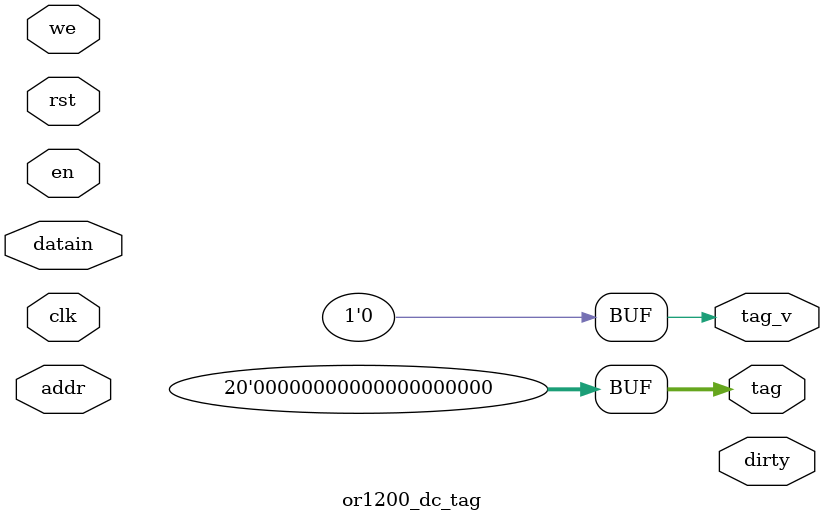
<source format=v>

`timescale 1ps/1ps
// synopsys translate_on
//////////////////////////////////////////////////////////////////////
////                                                              ////
////  OR1200's definitions                                        ////
////                                                              ////
////  This file is part of the OpenRISC 1200 project              ////
////  http://opencores.org/project,or1k                           ////
////                                                              ////
////  Description                                                 ////
////  Defines for the OR1200 core                                 ////
////                                                              ////
////  To Do:                                                      ////
////   - add parameters that are missing                          ////
////                                                              ////
////  Author(s):                                                  ////
////      - Damjan Lampret, lampret@opencores.org                 ////
////                                                              ////
//////////////////////////////////////////////////////////////////////
////                                                              ////
//// Copyright (C) 2000 Authors and OPENCORES.ORG                 ////
////                                                              ////
//// This source file may be used and distributed without         ////
//// restriction provided that this copyright statement is not    ////
//// removed from the file and that any derivative work contains  ////
//// the original copyright notice and the associated disclaimer. ////
////                                                              ////
//// This source file is free software; you can redistribute it   ////
//// and/or modify it under the terms of the GNU Lesser General   ////
//// Public License as published by the Free Software Foundation; ////
//// either version 2.1 of the License, or (at your option) any   ////
//// later version.                                               ////
////                                                              ////
//// This source is distributed in the hope that it will be       ////
//// useful, but WITHOUT ANY WARRANTY; without even the implied   ////
//// warranty of MERCHANTABILITY or FITNESS FOR A PARTICULAR      ////
//// PURPOSE.  See the GNU Lesser General Public License for more ////
//// details.                                                     ////
////                                                              ////
//// You should have received a copy of the GNU Lesser General    ////
//// Public License along with this source; if not, download it   ////
//// from http://www.opencores.org/lgpl.shtml                     ////
////                                                              ////
//////////////////////////////////////////////////////////////////////
//
// $Log: or1200_defines.v,v $
// Revision 2.0  2010/06/30 11:00:00  ORSoC
// Minor update: 
// Defines added, bugs fixed. 

//
// Dump VCD
//
//`define OR1200_VCD_DUMP

//
// Generate debug messages during simulation
//
//`define OR1200_VERBOSE

////////////////////////////////////////////////////////
//
// Typical configuration for an ASIC
//

//
// Target ASIC memories
//
//`define OR1200_ARTISAN_SSP
//`define OR1200_ARTISAN_SDP
//`define OR1200_ARTISAN_STP
//`define OR1200_VIRTUALSILICON_SSP
//`define OR1200_VIRTUALSILICON_STP_T1
//`define OR1200_VIRTUALSILICON_STP_T2

//
// Do not implement Data cache
//

//
// Do not implement Insn cache
//

//
// Do not implement Data MMU
//
//`define OR1200_NO_DMMU

//
// Do not implement Insn MMU
//
//`define OR1200_NO_IMMU

//
// Select between ASIC optimized and generic multiplier
//
//`define OR1200_GENERIC_MULTP2_32X32

//
// Size/type of insn/data cache if implemented
//
// `define OR1200_IC_1W_4KB
// `define OR1200_IC_1W_8KB
// `define OR1200_DC_1W_8KB



//////////////////////////////////////////////////////////
//
// Do not change below unless you know what you are doing
//

//
// Reset active low
//
//`define OR1200_RST_ACT_LOW

//
// Enable RAM BIST
//
// At the moment this only works for Virtual Silicon
// single port RAMs. For other RAMs it has not effect.
// Special wrapper for VS RAMs needs to be provided
// with scan flops to facilitate bist scan.
//
//`define OR1200_BIST

//
// Register OR1200 WISHBONE outputs
// (must be defined/enabled)
//

//
// Register OR1200 WISHBONE inputs
//
// (must be undefined/disabled)
//
//`define OR1200_REGISTERED_INPUTS

//
// Disable bursts if they are not supported by the
// memory subsystem (only affect cache line fill)
//
//`define OR1200_NO_BURSTS
//

//
// WISHBONE retry counter range
//
// 2^value range for retry counter. Retry counter
// is activated whenever *wb_rty_i is asserted and
// until retry counter expires, corresponding
// WISHBONE interface is deactivated.
//
// To disable retry counters and *wb_rty_i all together,
// undefine this macro.
//
//`define OR1200_WB_RETRY 7

//
// WISHBONE Consecutive Address Burst
//
// This was used prior to WISHBONE B3 specification
// to identify bursts. It is no longer needed but
// remains enabled for compatibility with old designs.
//
// To remove *wb_cab_o ports undefine this macro.
//
//`define OR1200_WB_CAB

//
// WISHBONE B3 compatible interface
//
// This follows the WISHBONE B3 specification.
// It is not enabled by default because most
// designs still don't use WB b3.
//
// To enable *wb_cti_o/*wb_bte_o ports,
// define this macro.
//

//
// LOG all WISHBONE accesses
//

//
// Enable additional synthesis directives if using
// _Synopsys_ synthesis tool
//
//`define OR1200_ADDITIONAL_SYNOPSYS_DIRECTIVES

//
// Enables default statement in some case blocks
// and disables Synopsys synthesis directive full_case
//
// By default it is enabled. When disabled it
// can increase clock frequency.
//

//
// Operand width / register file address width
//
// (DO NOT CHANGE)
//

//
// l.add/l.addi/l.and and optional l.addc/l.addic
// also set (compare) flag when result of their
// operation equals zero
//
// At the time of writing this, default or32
// C/C++ compiler doesn't generate code that
// would benefit from this optimization.
//
// By default this optimization is disabled to
// save area.
//
//`define OR1200_ADDITIONAL_FLAG_MODIFIERS

//
// Implement l.addc/l.addic instructions
//
// By default implementation of l.addc/l.addic
// instructions is enabled in case you need them.
// If you don't use them, then disable implementation
// to save area.
//

//
// Implement l.sub instruction
//
// By default implementation of l.sub instructions
// is enabled to be compliant with the simulator.
// If you don't use carry bit, then disable
// implementation to save area.
//

//
// Implement carry bit SR[CY]
//
//
// By default implementation of SR[CY] is enabled
// to be compliant with the simulator. However SR[CY]
// is explicitly only used by l.addc/l.addic/l.sub
// instructions and if these three insns are not
// implemented there is not much point having SR[CY].
//

//
// Implement carry bit SR[OV]
//
// Compiler doesn't use this, but other code may like
// to.
//

//
// Implement carry bit SR[OVE]
//
// Overflow interrupt indicator. When enabled, SR[OV] flag
// does not remain asserted after exception.
//


//
// Implement rotate in the ALU
//
// At the time of writing this, or32
// C/C++ compiler doesn't generate rotate
// instructions. However or32 assembler
// can assemble code that uses rotate insn.
// This means that rotate instructions
// must be used manually inserted.
//
// By default implementation of rotate
// is disabled to save area and increase
// clock frequency.
//
//`define OR1200_IMPL_ALU_ROTATE

//
// Type of ALU compare to implement
//
// Try to find which synthesizes with
// most efficient logic use or highest speed.
//
//`define OR1200_IMPL_ALU_COMP1
//`define OR1200_IMPL_ALU_COMP2

//
// Implement Find First/Last '1'
//

//
// Implement l.cust5 ALU instruction
//
//`define OR1200_IMPL_ALU_CUST5

//
// Implement l.extXs and l.extXz instructions
//

//
// Implement multiplier
//
// By default multiplier is implemented
//

//
// Implement multiply-and-accumulate
//
// By default MAC is implemented. To
// implement MAC, multiplier (non-serial) needs to be
// implemented.
//
//`define OR1200_MAC_IMPLEMENTED

//
// Implement optional l.div/l.divu instructions
//
// By default divide instructions are not implemented
// to save area.
//
//

//
// Serial multiplier.
//
//`define OR1200_MULT_SERIAL

//
// Serial divider.
// Uncomment to use a serial divider, otherwise will
// be a generic parallel implementation.
//

//
// Implement HW Single Precision FPU
//
//`define OR1200_FPU_IMPLEMENTED

//
// Clock ratio RISC clock versus WB clock
//
// If you plan to run WB:RISC clock fixed to 1:1, disable
// both defines
//
// For WB:RISC 1:2 or 1:1, enable OR1200_CLKDIV_2_SUPPORTED
// and use clmode to set ratio
//
// For WB:RISC 1:4, 1:2 or 1:1, enable both defines and use
// clmode to set ratio
//
//`define OR1200_CLKDIV_2_SUPPORTED
//`define OR1200_CLKDIV_4_SUPPORTED

//
// Type of register file RAM
//
// Memory macro w/ two ports (see or1200_tpram_32x32.v)
//`define OR1200_RFRAM_TWOPORT
//
// Memory macro dual port (see or1200_dpram.v)

//
// Generic (flip-flop based) register file (see or1200_rfram_generic.v)
//`define OR1200_RFRAM_GENERIC
//  Generic register file supports - 16 registers 

//
// Type of mem2reg aligner to implement.
//
// Once OR1200_IMPL_MEM2REG2 yielded faster
// circuit, however with today tools it will
// most probably give you slower circuit.
//
//`define OR1200_IMPL_MEM2REG2

//
// Reset value and event
//
    
//
// ALUOPs
//
/* LS-nibble encodings correspond to bits [3:0] of instruction */

/* Values sent to ALU from decode unit - not defined by ISA */

// ALU instructions second opcode field

//
// MACOPs
//

//
// Shift/rotate ops
//

//
// Zero/Sign Extend ops
//

// Execution cycles per instruction

// Execution control which will "wait on" a module to finish


// Operand MUX selects

//
// BRANCHOPs
//

//
// LSUOPs
//
// Bit 0: sign extend
// Bits 1-2: 00 doubleword, 01 byte, 10 halfword, 11 singleword
// Bit 3: 0 load, 1 store

// Number of bits of load/store EA precalculated in ID stage
// for balancing ID and EX stages.
//
// Valid range: 2,3,...,30,31

// FETCHOPs

//
// Register File Write-Back OPs
//
// Bit 0: register file write enable
// Bits 3-1: write-back mux selects
//

// Compare instructions

//
// FP OPs
//
// MSbit indicates FPU operation valid
//
// FPU unit from Usselman takes 5 cycles from decode, so 4 ex. cycles
// FP instruction is double precision if bit 4 is set. We're a 32-bit 
// implementation thus do not support double precision FP 
// FP Compare instructions

//
// TAGs for instruction bus
//

//
// TAGs for data bus
//


//////////////////////////////////////////////
//
// ORBIS32 ISA specifics
//

// SHROT_OP position in machine word

//
// Instruction opcode groups (basic)
//
/* */
/* */
/* */
/* */

/////////////////////////////////////////////////////
//
// Exceptions
//

//
// Exception vectors per OR1K architecture:
// 0xPPPPP100 - reset
// 0xPPPPP200 - bus error
// ... etc
// where P represents exception prefix.
//
// Exception vectors can be customized as per
// the following formula:
// 0xPPPPPNVV - exception N
//
// P represents exception prefix
// N represents exception N
// VV represents length of the individual vector space,
//   usually it is 8 bits wide and starts with all bits zero
//

//
// PPPPP and VV parts
//
// Sum of these two defines needs to be 28
//

//
// N part width
//

//
// Definition of exception vectors
//
// To avoid implementation of a certain exception,
// simply comment out corresponding line
//


/////////////////////////////////////////////////////
//
// SPR groups
//

// Bits that define the group

// Width of the group bits

// Bits that define offset inside the group

// List of groups

/////////////////////////////////////////////////////
//
// System group
//

//
// System registers
//

//
// SR bits
//

//
// Bits that define offset inside the group
//

//
// Default Exception Prefix
//
// 1'b0 - OR1200_EXCEPT_EPH0_P (0x0000_0000)
// 1'b1 - OR1200_EXCEPT_EPH1_P (0xF000_0000)
//


//
// FPCSR bits
//

/////////////////////////////////////////////////////
//
// Power Management (PM)
//

// Define it if you want PM implemented
//`define OR1200_PM_IMPLEMENTED

// Bit positions inside PMR (don't change)

// PMR offset inside PM group of registers

// PM group

// Define if PMR can be read/written at any address inside PM group

// Define if reading PMR is allowed

// Define if unused PMR bits should be zero


/////////////////////////////////////////////////////
//
// Debug Unit (DU)
//

// Define it if you want DU implemented

//
// Define if you want HW Breakpoints
// (if HW breakpoints are not implemented
// only default software trapping is
// possible with l.trap insn - this is
// however already enough for use
// with or32 gdb)
//
//`define OR1200_DU_HWBKPTS

// Number of DVR/DCR pairs if HW breakpoints enabled
//	Comment / uncomment DU_DVRn / DU_DCRn pairs bellow according to this number ! 
//	DU_DVR0..DU_DVR7 should be uncommented for 8 DU_DVRDCR_PAIRS 

// Define if you want trace buffer
//	(for now only available for Xilinx Virtex FPGAs)
//`define OR1200_DU_TB_IMPLEMENTED


//
// Address offsets of DU registers inside DU group
//
// To not implement a register, doq not define its address
//

// Position of offset bits inside SPR address

// DCR bits

// DMR1 bits

// DMR2 bits

// DWCR bits

// DSR bits

// DRR bits

// Define if reading DU regs is allowed

// Define if unused DU registers bits should be zero

// Define if IF/LSU status is not needed by devel i/f

/////////////////////////////////////////////////////
//
// Programmable Interrupt Controller (PIC)
//

// Define it if you want PIC implemented

// Define number of interrupt inputs (2-31)

// Address offsets of PIC registers inside PIC group

// Position of offset bits inside SPR address

// Define if you want these PIC registers to be implemented

// Define if reading PIC registers is allowed

// Define if unused PIC register bits should be zero


/////////////////////////////////////////////////////
//
// Tick Timer (TT)
//

// Define it if you want TT implemented

// Address offsets of TT registers inside TT group

// Position of offset bits inside SPR group

// Define if you want these TT registers to be implemented

// TTMR bits

// Define if reading TT registers is allowed


//////////////////////////////////////////////
//
// MAC
//

//
// Shift {MACHI,MACLO} into destination register when executing l.macrc
//
// According to architecture manual there is no shift, so default value is 0.
// However the implementation has deviated in this from the arch manual and had
// hard coded shift by 28 bits which is a useful optimization for MP3 decoding 
// (if using libmad fixed point library). Shifts are no longer default setup, 
// but if you need to remain backward compatible, define your shift bits, which
// were normally
// dest_GPR = {MACHI,MACLO}[59:28]


//////////////////////////////////////////////
//
// Data MMU (DMMU)
//

//
// Address that selects between TLB TR and MR
//

//
// DTLBMR fields
//

//
// DTLBTR fields
//

//
// DTLB configuration
//

//
// Cache inhibit while DMMU is not enabled/implemented
//
// cache inhibited 0GB-4GB		1'b1
// cache inhibited 0GB-2GB		!dcpu_adr_i[31]
// cache inhibited 0GB-1GB 2GB-3GB	!dcpu_adr_i[30]
// cache inhibited 1GB-2GB 3GB-4GB	dcpu_adr_i[30]
// cache inhibited 2GB-4GB (default)	dcpu_adr_i[31]
// cached 0GB-4GB			1'b0
//


//////////////////////////////////////////////
//
// Insn MMU (IMMU)
//

//
// Address that selects between TLB TR and MR
//

//
// ITLBMR fields
//

//
// ITLBTR fields
//

//
// ITLB configuration
//

//
// Cache inhibit while IMMU is not enabled/implemented
// Note: all combinations that use icpu_adr_i cause async loop
//
// cache inhibited 0GB-4GB		1'b1
// cache inhibited 0GB-2GB		!icpu_adr_i[31]
// cache inhibited 0GB-1GB 2GB-3GB	!icpu_adr_i[30]
// cache inhibited 1GB-2GB 3GB-4GB	icpu_adr_i[30]
// cache inhibited 2GB-4GB (default)	icpu_adr_i[31]
// cached 0GB-4GB			1'b0
//


/////////////////////////////////////////////////
//
// Insn cache (IC)
//

// 4 for 16 byte line, 5 for 32 byte lines.
 
//
// IC configurations
//


/////////////////////////////////////////////////
//
// Data cache (DC)
//

// 4 for 16 bytes, 5 for 32 bytes
 
// Define to enable default behavior of cache as write through
// Turning this off enabled write back statergy
//

// Define to enable stores from the stack not doing writethrough.
// EXPERIMENTAL
//`define OR1200_DC_NOSTACKWRITETHROUGH

// Data cache SPR definitions
// Data cache group SPR addresses

//
// DC configurations
//


/////////////////////////////////////////////////
//
// Store buffer (SB)
//

//
// Store buffer
//
// It will improve performance by "caching" CPU stores
// using store buffer. This is most important for function
// prologues because DC can only work in write though mode
// and all stores would have to complete external WB writes
// to memory.
// Store buffer is between DC and data BIU.
// All stores will be stored into store buffer and immediately
// completed by the CPU, even though actual external writes
// will be performed later. As a consequence store buffer masks
// all data bus errors related to stores (data bus errors
// related to loads are delivered normally).
// All pending CPU loads will wait until store buffer is empty to
// ensure strict memory model. Right now this is necessary because
// we don't make destinction between cached and cache inhibited
// address space, so we simply empty store buffer until loads
// can begin.
//
// It makes design a bit bigger, depending what is the number of
// entries in SB FIFO. Number of entries can be changed further
// down.
//
//`define OR1200_SB_IMPLEMENTED

//
// Number of store buffer entries
//
// Verified number of entries are 4 and 8 entries
// (2 and 3 for OR1200_SB_LOG). OR1200_SB_ENTRIES must
// always match 2**OR1200_SB_LOG.
// To disable store buffer, undefine
// OR1200_SB_IMPLEMENTED.
//


/////////////////////////////////////////////////
//
// Quick Embedded Memory (QMEM)
//

//
// Quick Embedded Memory
//
// Instantiation of dedicated insn/data memory (RAM or ROM).
// Insn fetch has effective throughput 1insn / clock cycle.
// Data load takes two clock cycles / access, data store
// takes 1 clock cycle / access (if there is no insn fetch)).
// Memory instantiation is shared between insn and data,
// meaning if insn fetch are performed, data load/store
// performance will be lower.
//
// Main reason for QMEM is to put some time critical functions
// into this memory and to have predictable and fast access
// to these functions. (soft fpu, context switch, exception
// handlers, stack, etc)
//
// It makes design a bit bigger and slower. QMEM sits behind
// IMMU/DMMU so all addresses are physical (so the MMUs can be
// used with QMEM and QMEM is seen by the CPU just like any other
// memory in the system). IC/DC are sitting behind QMEM so the
// whole design timing might be worse with QMEM implemented.
//
//`define OR1200_QMEM_IMPLEMENTED

//
// Base address and mask of QMEM
//
// Base address defines first address of QMEM. Mask defines
// QMEM range in address space. Actual size of QMEM is however
// determined with instantiated RAM/ROM. However bigger
// mask will reserve more address space for QMEM, but also
// make design faster, while more tight mask will take
// less address space but also make design slower. If
// instantiated RAM/ROM is smaller than space reserved with
// the mask, instatiated RAM/ROM will also be shadowed
// at higher addresses in reserved space.
//

//
// QMEM interface byte-select capability
//
// To enable qmem_sel* ports, define this macro.
//
//`define OR1200_QMEM_BSEL

//
// QMEM interface acknowledge
//
// To enable qmem_ack port, define this macro.
//
//`define OR1200_QMEM_ACK

/////////////////////////////////////////////////////
//
// VR, UPR and Configuration Registers
//
//
// VR, UPR and configuration registers are optional. If 
// implemented, operating system can automatically figure
// out how to use the processor because it knows 
// what units are available in the processor and how they
// are configured.
//
// This section must be last in or1200_defines.v file so
// that all units are already configured and thus
// configuration registers are properly set.
// 

// Define if you want configuration registers implemented

// Define if you want full address decode inside SYS group

// Offsets of VR, UPR and CFGR registers

// VR fields

// VR values

// UPR fields

// UPR values

// CPUCFGR fields

// CPUCFGR values
     

// DMMUCFGR fields

// DMMUCFGR values

// IMMUCFGR fields

// IMMUCFGR values

// DCCFGR fields

// DCCFGR values

// ICCFGR fields

// ICCFGR values

// DCFGR fields

// DCFGR values

///////////////////////////////////////////////////////////////////////////////
// Boot Address Selection                                                    //
//                                                                           //
// Allows a definable boot address, potentially different to the usual reset //
// vector to allow for power-on code to be run, if desired.                  //
//                                                                           //
// OR1200_BOOT_ADR should be the 32-bit address of the boot location         //
//                                                                           //
// For default reset behavior uncomment the settings under the "Boot 0x100"  //
// comment below.                                                            //
//                                                                           //
///////////////////////////////////////////////////////////////////////////////
// Boot from 0xf0000100
//`define OR1200_BOOT_ADR 32'hf0000100
// Boot from 0x100
 
module or1200_dc_tag(
	// Clock and reset
	clk, rst,


	// Internal i/f
	addr, en, we, datain, tag_v, tag, dirty
);

parameter dw = 21+1;
parameter aw = 12			-4	;

//
// I/O
//
input				clk;
input				rst;
input	[aw-1:0]		addr;
input				en;
input				we;
input	[dw-1:0]		datain;
output				tag_v;
output	[dw-3:0]		tag;
output  			dirty;
   



//
// Data cache not implemented
//
assign tag = {dw-1{1'b0}};
assign tag_v = 1'b0;


endmodule // or1200_dc_tag

</source>
